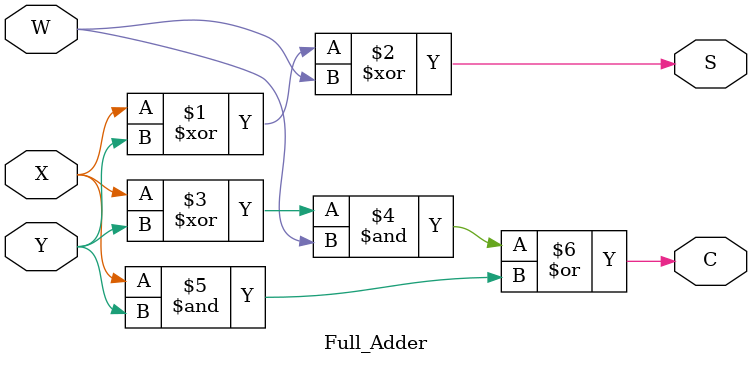
<source format=v>
module Full_Adder(
    input X,
    input Y,
    input W,
    output S,
    output C
);

    assign S = (X ^ Y) ^ W;
    assign C = ((X ^ Y) & W) | (X & Y);

endmodule
</source>
